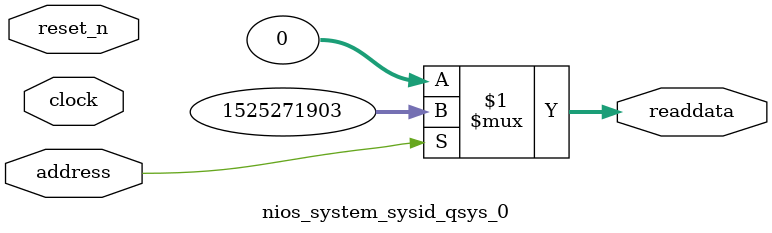
<source format=v>

`timescale 1ns / 1ps
// synthesis translate_on

// turn off superfluous verilog processor warnings 
// altera message_level Level1 
// altera message_off 10034 10035 10036 10037 10230 10240 10030 

module nios_system_sysid_qsys_0 (
               // inputs:
                address,
                clock,
                reset_n,

               // outputs:
                readdata
             )
;

  output  [ 31: 0] readdata;
  input            address;
  input            clock;
  input            reset_n;

  wire    [ 31: 0] readdata;
  //control_slave, which is an e_avalon_slave
  assign readdata = address ? 1525271903 : 0;

endmodule




</source>
